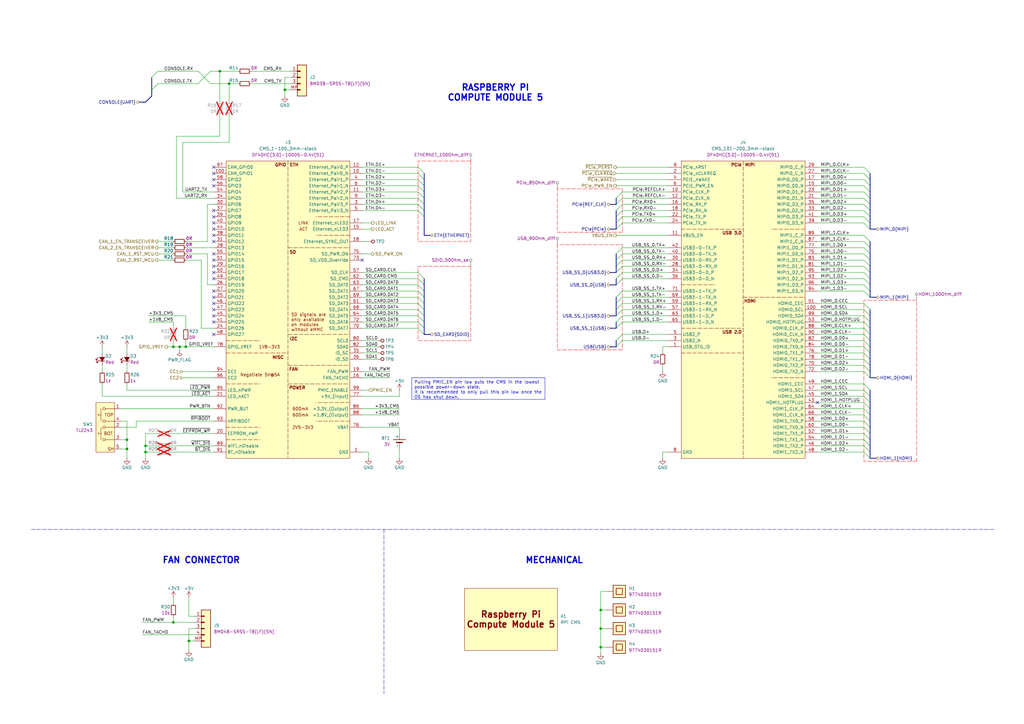
<source format=kicad_sch>
(kicad_sch (version 20250114) (generator "eeschema") (generator_version "9.0")
  (paper "A3")
  (title_block (title "ModuCard CM5 module") (date "2025-07-05") (rev "1.0.0") (company "KoNaR") (comment 1 "Project author: Dominik Pluta"))
  (bus_alias "I2C" (members "SCL" "SDA"))
  (bus_alias "MIPI" (members "CLK+" "CLK-" "D0+" "D0-" "D1+" "D1-" "D2+" "D2-" "D3+" "D3-"))
  (bus_alias "PCIe" (members "TX0+" "TX0-" "RX0+" "RX0-"))
  (bus_alias "REF_CLK" (members "REFCLK+" "REFCLK-"))
  (bus_alias "SDIO" (members "DAT0" "DAT1" "DAT2" "DAT3" "DAT4" "DAT5" "DAT6" "DAT7" "CLK" "CMD"))
  (text "FAN CONNECTOR" (at 82.55 229.87 0) (effects (font (size 2.54 2.54) (bold yes))))
  (text "MECHANICAL" (at 227.33 229.87 0) (effects (font (size 2.54 2.54) (thickness 0.508) (bold yes))))
  (text "RASPBERRY PI\nCOMPUTE MODULE 5" (at 203.2 38.1 0) (effects (font (size 2.54 2.54) (bold yes))))
  (text_box "Pulling PMIC_EN pin low puts the CM5 in the lowest possible power-down state.\nIt is recommended to only pull this pin low once the OS has shut down." (at 168.91 154.94 0) (size 54.61 8.89) (margins 0.9525 0.9525 0.9525 0.9525) (effects (font (size 1.27 1.27)) (justify left top)))
  (junction (at 73.66 142.24))
  (junction (at 76.2 142.24))
  (junction (at 77.47 262.89))
  (junction (at 116.84 36.83))
  (junction (at 59.69 182.88))
  (junction (at 93.98 34.29))
  (junction (at 90.17 29.21))
  (junction (at 71.12 255.27))
  (junction (at 246.38 250.19))
  (junction (at 246.38 265.43))
  (junction (at 52.07 184.15))
  (junction (at 52.07 180.34))
  (junction (at 246.38 257.81))
  (junction (at 59.69 185.42))
  (junction (at 71.12 142.24))
  (no_connect (at 87.63 124.46))
  (no_connect (at 87.63 104.14))
  (no_connect (at 87.63 119.38))
  (no_connect (at 87.63 137.16))
  (no_connect (at 335.28 165.1))
  (no_connect (at 87.63 121.92))
  (no_connect (at 87.63 111.76))
  (no_connect (at 87.63 96.52))
  (no_connect (at 87.63 109.22))
  (no_connect (at 87.63 99.06))
  (no_connect (at 87.63 132.08))
  (no_connect (at 87.63 88.9))
  (no_connect (at 87.63 106.68))
  (no_connect (at 87.63 73.66))
  (no_connect (at 87.63 93.98))
  (no_connect (at 87.63 86.36))
  (no_connect (at 87.63 91.44))
  (no_connect (at 87.63 68.58))
  (no_connect (at 87.63 71.12))
  (no_connect (at 87.63 76.2))
  (no_connect (at 87.63 127))
  (no_connect (at 148.59 106.68))
  (no_connect (at 87.63 129.54))
  (no_connect (at 87.63 114.3))
  (bus_entry (at 173.99 127) (size -2.54 -2.54))
  (bus_entry (at 173.99 124.46) (size -2.54 -2.54))
  (bus_entry (at 252.73 132.08) (size 2.54 -2.54))
  (bus_entry (at 173.99 73.66) (size -2.54 -2.54))
  (bus_entry (at 356.87 165.1) (size -2.54 -2.54))
  (bus_entry (at 356.87 83.82) (size -2.54 -2.54))
  (bus_entry (at 356.87 154.94) (size -2.54 -2.54))
  (bus_entry (at 252.73 127) (size 2.54 -2.54))
  (bus_entry (at 252.73 114.3) (size 2.54 -2.54))
  (bus_entry (at 356.87 139.7) (size -2.54 -2.54))
  (bus_entry (at 356.87 170.18) (size -2.54 -2.54))
  (bus_entry (at 356.87 134.62) (size -2.54 -2.54))
  (bus_entry (at 173.99 134.62) (size -2.54 -2.54))
  (bus_entry (at 356.87 172.72) (size -2.54 -2.54))
  (bus_entry (at 252.73 91.44) (size 2.54 -2.54))
  (bus_entry (at 356.87 93.98) (size -2.54 -2.54))
  (bus_entry (at 356.87 175.26) (size -2.54 -2.54))
  (bus_entry (at 173.99 137.16) (size -2.54 -2.54))
  (bus_entry (at 252.73 134.62) (size 2.54 -2.54))
  (bus_entry (at 356.87 86.36) (size -2.54 -2.54))
  (bus_entry (at 173.99 83.82) (size -2.54 -2.54))
  (bus_entry (at 252.73 139.7) (size 2.54 -2.54))
  (bus_entry (at 252.73 109.22) (size 2.54 -2.54))
  (bus_entry (at 252.73 104.14) (size 2.54 -2.54))
  (bus_entry (at 356.87 144.78) (size -2.54 -2.54))
  (bus_entry (at 173.99 116.84) (size -2.54 -2.54))
  (bus_entry (at 252.73 129.54) (size 2.54 -2.54))
  (bus_entry (at 173.99 76.2) (size -2.54 -2.54))
  (bus_entry (at 356.87 73.66) (size -2.54 -2.54))
  (bus_entry (at 356.87 162.56) (size -2.54 -2.54))
  (bus_entry (at 356.87 91.44) (size -2.54 -2.54))
  (bus_entry (at 173.99 114.3) (size -2.54 -2.54))
  (bus_entry (at 356.87 88.9) (size -2.54 -2.54))
  (bus_entry (at 356.87 132.08) (size -2.54 -2.54))
  (bus_entry (at 356.87 111.76) (size -2.54 -2.54))
  (bus_entry (at 356.87 137.16) (size -2.54 -2.54))
  (bus_entry (at 356.87 104.14) (size -2.54 -2.54))
  (bus_entry (at 252.73 124.46) (size 2.54 -2.54))
  (bus_entry (at 356.87 119.38) (size -2.54 -2.54))
  (bus_entry (at 356.87 167.64) (size -2.54 -2.54))
  (bus_entry (at 173.99 121.92) (size -2.54 -2.54))
  (bus_entry (at 173.99 86.36) (size -2.54 -2.54))
  (bus_entry (at 356.87 71.12) (size -2.54 -2.54))
  (bus_entry (at 356.87 185.42) (size -2.54 -2.54))
  (bus_entry (at 356.87 78.74) (size -2.54 -2.54))
  (bus_entry (at 173.99 129.54) (size -2.54 -2.54))
  (bus_entry (at 356.87 180.34) (size -2.54 -2.54))
  (bus_entry (at 173.99 132.08) (size -2.54 -2.54))
  (bus_entry (at 356.87 99.06) (size -2.54 -2.54))
  (bus_entry (at 64.77 34.29) (size -2.54 2.54))
  (bus_entry (at 356.87 127) (size -2.54 -2.54))
  (bus_entry (at 173.99 88.9) (size -2.54 -2.54))
  (bus_entry (at 64.77 29.21) (size -2.54 2.54))
  (bus_entry (at 252.73 121.92) (size 2.54 -2.54))
  (bus_entry (at 252.73 111.76) (size 2.54 -2.54))
  (bus_entry (at 356.87 109.22) (size -2.54 -2.54))
  (bus_entry (at 356.87 101.6) (size -2.54 -2.54))
  (bus_entry (at 252.73 86.36) (size 2.54 -2.54))
  (bus_entry (at 356.87 147.32) (size -2.54 -2.54))
  (bus_entry (at 356.87 114.3) (size -2.54 -2.54))
  (bus_entry (at 252.73 106.68) (size 2.54 -2.54))
  (bus_entry (at 356.87 121.92) (size -2.54 -2.54))
  (bus_entry (at 173.99 78.74) (size -2.54 -2.54))
  (bus_entry (at 356.87 177.8) (size -2.54 -2.54))
  (bus_entry (at 252.73 142.24) (size 2.54 -2.54))
  (bus_entry (at 252.73 88.9) (size 2.54 -2.54))
  (bus_entry (at 252.73 93.98) (size 2.54 -2.54))
  (bus_entry (at 356.87 160.02) (size -2.54 -2.54))
  (bus_entry (at 173.99 119.38) (size -2.54 -2.54))
  (bus_entry (at 356.87 142.24) (size -2.54 -2.54))
  (bus_entry (at 356.87 187.96) (size -2.54 -2.54))
  (bus_entry (at 356.87 116.84) (size -2.54 -2.54))
  (bus_entry (at 252.73 83.82) (size 2.54 -2.54))
  (bus_entry (at 356.87 129.54) (size -2.54 -2.54))
  (bus_entry (at 356.87 76.2) (size -2.54 -2.54))
  (bus_entry (at 356.87 152.4) (size -2.54 -2.54))
  (bus_entry (at 173.99 71.12) (size -2.54 -2.54))
  (bus_entry (at 252.73 116.84) (size 2.54 -2.54))
  (bus_entry (at 173.99 81.28) (size -2.54 -2.54))
  (bus_entry (at 356.87 81.28) (size -2.54 -2.54))
  (bus_entry (at 356.87 106.68) (size -2.54 -2.54))
  (bus_entry (at 356.87 182.88) (size -2.54 -2.54))
  (bus_entry (at 356.87 149.86) (size -2.54 -2.54))
  (bus_entry (at 252.73 81.28) (size 2.54 -2.54))
  (wire (pts (xy 73.66 142.24) (xy 76.2 142.24)))
  (bus (pts (xy 356.87 137.16) (xy 356.87 134.62)))
  (wire (pts (xy 55.88 172.72) (xy 87.63 172.72)))
  (bus (pts (xy 356.87 165.1) (xy 356.87 162.56)))
  (bus (pts (xy 356.87 160.02) (xy 356.87 162.56)))
  (wire (pts (xy 90.17 29.21) (xy 97.79 29.21)))
  (wire (pts (xy 148.59 134.62) (xy 171.45 134.62)))
  (bus (pts (xy 173.99 73.66) (xy 173.99 76.2)))
  (bus (pts (xy 62.23 31.75) (xy 62.23 36.83)))
  (wire (pts (xy 335.28 182.88) (xy 354.33 182.88)))
  (wire (pts (xy 148.59 71.12) (xy 171.45 71.12)))
  (bus (pts (xy 252.73 91.44) (xy 252.73 93.98)))
  (bus (pts (xy 356.87 93.98) (xy 359.41 93.98)))
  (wire (pts (xy 71.12 139.7) (xy 71.12 142.24)))
  (wire (pts (xy 64.77 34.29) (xy 81.28 34.29)))
  (bus (pts (xy 173.99 114.3) (xy 173.99 116.84)))
  (bus (pts (xy 173.99 134.62) (xy 173.99 137.16)))
  (wire (pts (xy 148.59 129.54) (xy 171.45 129.54)))
  (bus (pts (xy 252.73 109.22) (xy 252.73 111.76)))
  (bus (pts (xy 356.87 129.54) (xy 356.87 127)))
  (wire (pts (xy 148.59 81.28) (xy 171.45 81.28)))
  (wire (pts (xy 64.77 177.8) (xy 59.69 177.8)))
  (wire (pts (xy 335.28 71.12) (xy 354.33 71.12)))
  (wire (pts (xy 52.07 184.15) (xy 52.07 187.96)))
  (bus (pts (xy 356.87 149.86) (xy 356.87 152.4)))
  (bus (pts (xy 356.87 172.72) (xy 356.87 170.18)))
  (bus (pts (xy 250.19 83.82) (xy 252.73 83.82)))
  (wire (pts (xy 73.66 142.24) (xy 73.66 143.51)))
  (wire (pts (xy 86.36 29.21) (xy 90.17 29.21)))
  (wire (pts (xy 52.07 180.34) (xy 52.07 184.15)))
  (bus (pts (xy 356.87 132.08) (xy 356.87 129.54)))
  (wire (pts (xy 116.84 36.83) (xy 116.84 39.37)))
  (bus (pts (xy 173.99 124.46) (xy 173.99 127)))
  (wire (pts (xy 74.93 152.4) (xy 87.63 152.4)))
  (wire (pts (xy 255.27 121.92) (xy 274.32 121.92)))
  (wire (pts (xy 85.09 116.84) (xy 87.63 116.84)))
  (wire (pts (xy 90.17 55.88) (xy 90.17 46.99)))
  (bus (pts (xy 173.99 86.36) (xy 173.99 88.9)))
  (wire (pts (xy 271.78 185.42) (xy 271.78 187.96)))
  (bus (pts (xy 356.87 172.72) (xy 356.87 175.26)))
  (wire (pts (xy 151.13 160.02) (xy 148.59 160.02)))
  (wire (pts (xy 335.28 149.86) (xy 354.33 149.86)))
  (wire (pts (xy 335.28 167.64) (xy 354.33 167.64)))
  (wire (pts (xy 148.59 132.08) (xy 171.45 132.08)))
  (wire (pts (xy 255.27 124.46) (xy 274.32 124.46)))
  (wire (pts (xy 148.59 116.84) (xy 171.45 116.84)))
  (bus (pts (xy 356.87 144.78) (xy 356.87 147.32)))
  (bus (pts (xy 173.99 83.82) (xy 173.99 86.36)))
  (wire (pts (xy 82.55 106.68) (xy 82.55 134.62)))
  (wire (pts (xy 71.12 252.73) (xy 71.12 255.27)))
  (bus (pts (xy 252.73 132.08) (xy 252.73 134.62)))
  (wire (pts (xy 335.28 83.82) (xy 354.33 83.82)))
  (wire (pts (xy 71.12 132.08) (xy 71.12 134.62)))
  (wire (pts (xy 271.78 144.78) (xy 271.78 142.24)))
  (wire (pts (xy 74.93 58.42) (xy 93.98 58.42)))
  (wire (pts (xy 64.77 29.21) (xy 81.28 29.21)))
  (wire (pts (xy 69.85 182.88) (xy 87.63 182.88)))
  (wire (pts (xy 77.47 262.89) (xy 77.47 266.7)))
  (wire (pts (xy 82.55 134.62) (xy 87.63 134.62)))
  (wire (pts (xy 335.28 144.78) (xy 354.33 144.78)))
  (wire (pts (xy 148.59 111.76) (xy 171.45 111.76)))
  (wire (pts (xy 151.13 185.42) (xy 151.13 187.96)))
  (wire (pts (xy 255.27 119.38) (xy 274.32 119.38)))
  (wire (pts (xy 86.36 34.29) (xy 93.98 34.29)))
  (bus (pts (xy 252.73 116.84) (xy 252.73 114.3)))
  (bus (pts (xy 173.99 78.74) (xy 173.99 81.28)))
  (wire (pts (xy 335.28 119.38) (xy 354.33 119.38)))
  (wire (pts (xy 154.94 142.24) (xy 148.59 142.24)))
  (wire (pts (xy 255.27 86.36) (xy 274.32 86.36)))
  (wire (pts (xy 49.53 172.72) (xy 52.07 172.72)))
  (bus (pts (xy 356.87 99.06) (xy 356.87 101.6)))
  (wire (pts (xy 335.28 160.02) (xy 354.33 160.02)))
  (wire (pts (xy 60.96 132.08) (xy 71.12 132.08)))
  (wire (pts (xy 41.91 162.56) (xy 87.63 162.56)))
  (wire (pts (xy 335.28 124.46) (xy 354.33 124.46)))
  (wire (pts (xy 335.28 129.54) (xy 354.33 129.54)))
  (bus (pts (xy 356.87 182.88) (xy 356.87 185.42)))
  (polyline (pts (xy 157.48 217.17) (xy 157.48 284.48)) (stroke (width 0) (type dash)))
  (wire (pts (xy 335.28 86.36) (xy 354.33 86.36)))
  (bus (pts (xy 356.87 109.22) (xy 356.87 106.68)))
  (wire (pts (xy 93.98 41.91) (xy 93.98 34.29)))
  (wire (pts (xy 255.27 127) (xy 274.32 127)))
  (wire (pts (xy 59.69 182.88) (xy 64.77 182.88)))
  (wire (pts (xy 335.28 116.84) (xy 354.33 116.84)))
  (wire (pts (xy 255.27 137.16) (xy 274.32 137.16)))
  (bus (pts (xy 356.87 116.84) (xy 356.87 114.3)))
  (wire (pts (xy 72.39 55.88) (xy 72.39 81.28)))
  (bus (pts (xy 176.53 137.16) (xy 173.99 137.16)))
  (wire (pts (xy 148.59 121.92) (xy 171.45 121.92)))
  (bus (pts (xy 356.87 139.7) (xy 356.87 142.24)))
  (wire (pts (xy 52.07 142.24) (xy 52.07 144.78)))
  (wire (pts (xy 148.59 175.26) (xy 163.83 175.26)))
  (wire (pts (xy 255.27 109.22) (xy 274.32 109.22)))
  (wire (pts (xy 335.28 68.58) (xy 354.33 68.58)))
  (wire (pts (xy 154.94 139.7) (xy 148.59 139.7)))
  (wire (pts (xy 335.28 162.56) (xy 354.33 162.56)))
  (wire (pts (xy 252.73 68.58) (xy 274.32 68.58)))
  (wire (pts (xy 76.2 142.24) (xy 76.2 139.7)))
  (wire (pts (xy 160.02 152.4) (xy 148.59 152.4)))
  (wire (pts (xy 69.85 185.42) (xy 87.63 185.42)))
  (wire (pts (xy 271.78 185.42) (xy 274.32 185.42)))
  (bus (pts (xy 359.41 187.96) (xy 356.87 187.96)))
  (bus (pts (xy 250.19 111.76) (xy 252.73 111.76)))
  (bus (pts (xy 173.99 116.84) (xy 173.99 119.38)))
  (bus (pts (xy 356.87 180.34) (xy 356.87 182.88)))
  (wire (pts (xy 335.28 88.9) (xy 354.33 88.9)))
  (wire (pts (xy 163.83 160.02) (xy 163.83 162.56)))
  (bus (pts (xy 356.87 91.44) (xy 356.87 93.98)))
  (wire (pts (xy 252.73 73.66) (xy 274.32 73.66)))
  (wire (pts (xy 255.27 91.44) (xy 274.32 91.44)))
  (wire (pts (xy 81.28 29.21) (xy 86.36 34.29)))
  (bus (pts (xy 252.73 86.36) (xy 252.73 88.9)))
  (wire (pts (xy 255.27 88.9) (xy 274.32 88.9)))
  (wire (pts (xy 255.27 139.7) (xy 274.32 139.7)))
  (wire (pts (xy 335.28 91.44) (xy 354.33 91.44)))
  (wire (pts (xy 60.96 129.54) (xy 76.2 129.54)))
  (wire (pts (xy 148.59 93.98) (xy 152.4 93.98)))
  (wire (pts (xy 52.07 180.34) (xy 49.53 180.34)))
  (wire (pts (xy 116.84 31.75) (xy 116.84 36.83)))
  (wire (pts (xy 49.53 175.26) (xy 55.88 175.26)))
  (wire (pts (xy 71.12 245.11) (xy 71.12 247.65)))
  (bus (pts (xy 356.87 139.7) (xy 356.87 137.16)))
  (bus (pts (xy 173.99 127) (xy 173.99 129.54)))
  (bus (pts (xy 252.73 121.92) (xy 252.73 124.46)))
  (wire (pts (xy 246.38 242.57) (xy 246.38 250.19)))
  (bus (pts (xy 356.87 175.26) (xy 356.87 177.8)))
  (wire (pts (xy 148.59 147.32) (xy 154.94 147.32)))
  (bus (pts (xy 356.87 114.3) (xy 356.87 111.76)))
  (wire (pts (xy 76.2 99.06) (xy 85.09 99.06)))
  (bus (pts (xy 356.87 119.38) (xy 356.87 116.84)))
  (wire (pts (xy 85.09 104.14) (xy 85.09 116.84)))
  (wire (pts (xy 81.28 34.29) (xy 86.36 29.21)))
  (bus (pts (xy 250.19 116.84) (xy 252.73 116.84)))
  (wire (pts (xy 148.59 78.74) (xy 171.45 78.74)))
  (wire (pts (xy 148.59 76.2) (xy 171.45 76.2)))
  (bus (pts (xy 359.41 154.94) (xy 356.87 154.94)))
  (bus (pts (xy 356.87 86.36) (xy 356.87 83.82)))
  (wire (pts (xy 255.27 132.08) (xy 274.32 132.08)))
  (wire (pts (xy 335.28 147.32) (xy 354.33 147.32)))
  (wire (pts (xy 335.28 106.68) (xy 354.33 106.68)))
  (wire (pts (xy 255.27 101.6) (xy 274.32 101.6)))
  (bus (pts (xy 356.87 167.64) (xy 356.87 165.1)))
  (wire (pts (xy 335.28 78.74) (xy 354.33 78.74)))
  (wire (pts (xy 246.38 265.43) (xy 246.38 267.97)))
  (wire (pts (xy 102.87 34.29) (xy 119.38 34.29)))
  (wire (pts (xy 335.28 96.52) (xy 354.33 96.52)))
  (wire (pts (xy 335.28 139.7) (xy 354.33 139.7)))
  (bus (pts (xy 250.19 93.98) (xy 252.73 93.98)))
  (wire (pts (xy 59.69 185.42) (xy 64.77 185.42)))
  (wire (pts (xy 335.28 175.26) (xy 354.33 175.26)))
  (bus (pts (xy 356.87 91.44) (xy 356.87 88.9)))
  (wire (pts (xy 255.27 81.28) (xy 274.32 81.28)))
  (bus (pts (xy 356.87 185.42) (xy 356.87 187.96)))
  (wire (pts (xy 335.28 76.2) (xy 354.33 76.2)))
  (wire (pts (xy 148.59 144.78) (xy 154.94 144.78)))
  (wire (pts (xy 85.09 83.82) (xy 87.63 83.82)))
  (bus (pts (xy 173.99 121.92) (xy 173.99 124.46)))
  (bus (pts (xy 356.87 88.9) (xy 356.87 86.36)))
  (wire (pts (xy 72.39 81.28) (xy 87.63 81.28)))
  (bus (pts (xy 356.87 101.6) (xy 356.87 104.14)))
  (wire (pts (xy 59.69 185.42) (xy 59.69 187.96)))
  (wire (pts (xy 148.59 99.06) (xy 151.13 99.06)))
  (bus (pts (xy 252.73 106.68) (xy 252.73 109.22)))
  (wire (pts (xy 77.47 252.73) (xy 80.01 252.73)))
  (bus (pts (xy 59.69 41.91) (xy 57.15 41.91)))
  (wire (pts (xy 163.83 167.64) (xy 148.59 167.64)))
  (wire (pts (xy 335.28 142.24) (xy 354.33 142.24)))
  (wire (pts (xy 255.27 111.76) (xy 274.32 111.76)))
  (wire (pts (xy 335.28 152.4) (xy 354.33 152.4)))
  (wire (pts (xy 335.28 134.62) (xy 354.33 134.62)))
  (wire (pts (xy 148.59 124.46) (xy 171.45 124.46)))
  (bus (pts (xy 356.87 177.8) (xy 356.87 180.34)))
  (bus (pts (xy 173.99 71.12) (xy 173.99 73.66)))
  (bus (pts (xy 173.99 132.08) (xy 173.99 134.62)))
  (wire (pts (xy 148.59 83.82) (xy 171.45 83.82)))
  (wire (pts (xy 90.17 29.21) (xy 90.17 41.91)))
  (wire (pts (xy 335.28 170.18) (xy 354.33 170.18)))
  (wire (pts (xy 163.83 170.18) (xy 148.59 170.18)))
  (wire (pts (xy 255.27 129.54) (xy 274.32 129.54)))
  (wire (pts (xy 335.28 180.34) (xy 354.33 180.34)))
  (bus (pts (xy 356.87 78.74) (xy 356.87 76.2)))
  (wire (pts (xy 69.85 177.8) (xy 87.63 177.8)))
  (wire (pts (xy 271.78 142.24) (xy 274.32 142.24)))
  (wire (pts (xy 64.77 99.06) (xy 71.12 99.06)))
  (wire (pts (xy 116.84 36.83) (xy 119.38 36.83)))
  (bus (pts (xy 356.87 111.76) (xy 356.87 109.22)))
  (wire (pts (xy 93.98 46.99) (xy 93.98 58.42)))
  (wire (pts (xy 335.28 157.48) (xy 354.33 157.48)))
  (wire (pts (xy 255.27 78.74) (xy 274.32 78.74)))
  (bus (pts (xy 252.73 139.7) (xy 252.73 142.24)))
  (wire (pts (xy 335.28 99.06) (xy 354.33 99.06)))
  (bus (pts (xy 356.87 152.4) (xy 356.87 154.94)))
  (wire (pts (xy 163.83 184.15) (xy 163.83 187.96)))
  (wire (pts (xy 335.28 132.08) (xy 354.33 132.08)))
  (wire (pts (xy 335.28 81.28) (xy 354.33 81.28)))
  (bus (pts (xy 173.99 81.28) (xy 173.99 83.82)))
  (wire (pts (xy 335.28 177.8) (xy 354.33 177.8)))
  (wire (pts (xy 335.28 185.42) (xy 354.33 185.42)))
  (wire (pts (xy 148.59 119.38) (xy 171.45 119.38)))
  (polyline (pts (xy 407.67 217.17) (xy 12.7 217.17)) (stroke (width 0) (type dash)))
  (wire (pts (xy 246.38 242.57) (xy 248.92 242.57)))
  (wire (pts (xy 71.12 142.24) (xy 73.66 142.24)))
  (wire (pts (xy 151.13 185.42) (xy 148.59 185.42)))
  (bus (pts (xy 356.87 170.18) (xy 356.87 167.64)))
  (wire (pts (xy 52.07 160.02) (xy 87.63 160.02)))
  (wire (pts (xy 71.12 255.27) (xy 80.01 255.27)))
  (wire (pts (xy 58.42 255.27) (xy 71.12 255.27)))
  (wire (pts (xy 76.2 101.6) (xy 87.63 101.6)))
  (wire (pts (xy 335.28 111.76) (xy 354.33 111.76)))
  (wire (pts (xy 160.02 154.94) (xy 148.59 154.94)))
  (bus (pts (xy 356.87 134.62) (xy 356.87 132.08)))
  (wire (pts (xy 102.87 29.21) (xy 119.38 29.21)))
  (bus (pts (xy 173.99 119.38) (xy 173.99 121.92)))
  (wire (pts (xy 152.4 104.14) (xy 148.59 104.14)))
  (wire (pts (xy 246.38 257.81) (xy 248.92 257.81)))
  (wire (pts (xy 335.28 165.1) (xy 354.33 165.1)))
  (wire (pts (xy 255.27 114.3) (xy 274.32 114.3)))
  (wire (pts (xy 49.53 184.15) (xy 52.07 184.15)))
  (wire (pts (xy 335.28 127) (xy 354.33 127)))
  (wire (pts (xy 77.47 257.81) (xy 77.47 262.89)))
  (wire (pts (xy 76.2 104.14) (xy 85.09 104.14)))
  (wire (pts (xy 252.73 96.52) (xy 274.32 96.52)))
  (wire (pts (xy 335.28 172.72) (xy 354.33 172.72)))
  (bus (pts (xy 62.23 36.83) (xy 62.23 39.37)))
  (wire (pts (xy 59.69 182.88) (xy 59.69 185.42)))
  (wire (pts (xy 58.42 260.35) (xy 80.01 260.35)))
  (bus (pts (xy 250.19 129.54) (xy 252.73 129.54)))
  (wire (pts (xy 72.39 55.88) (xy 90.17 55.88)))
  (bus (pts (xy 252.73 129.54) (xy 252.73 127)))
  (wire (pts (xy 335.28 109.22) (xy 354.33 109.22)))
  (wire (pts (xy 77.47 262.89) (xy 80.01 262.89)))
  (bus (pts (xy 173.99 129.54) (xy 173.99 132.08)))
  (wire (pts (xy 148.59 73.66) (xy 171.45 73.66)))
  (bus (pts (xy 356.87 71.12) (xy 356.87 73.66)))
  (wire (pts (xy 163.83 175.26) (xy 163.83 177.8)))
  (wire (pts (xy 41.91 157.48) (xy 41.91 162.56)))
  (wire (pts (xy 163.83 162.56) (xy 148.59 162.56)))
  (wire (pts (xy 252.73 71.12) (xy 274.32 71.12)))
  (wire (pts (xy 68.58 142.24) (xy 71.12 142.24)))
  (wire (pts (xy 335.28 73.66) (xy 354.33 73.66)))
  (wire (pts (xy 252.73 76.2) (xy 274.32 76.2)))
  (wire (pts (xy 64.77 104.14) (xy 71.12 104.14)))
  (bus (pts (xy 59.69 41.91) (xy 62.23 39.37)))
  (wire (pts (xy 49.53 167.64) (xy 87.63 167.64)))
  (wire (pts (xy 41.91 149.86) (xy 41.91 152.4)))
  (wire (pts (xy 80.01 257.81) (xy 77.47 257.81)))
  (wire (pts (xy 246.38 250.19) (xy 246.38 257.81)))
  (wire (pts (xy 148.59 127) (xy 171.45 127)))
  (bus (pts (xy 252.73 81.28) (xy 252.73 83.82)))
  (wire (pts (xy 246.38 250.19) (xy 248.92 250.19)))
  (bus (pts (xy 173.99 76.2) (xy 173.99 78.74)))
  (wire (pts (xy 76.2 129.54) (xy 76.2 134.62)))
  (bus (pts (xy 252.73 88.9) (xy 252.73 91.44)))
  (wire (pts (xy 52.07 149.86) (xy 52.07 152.4)))
  (wire (pts (xy 335.28 114.3) (xy 354.33 114.3)))
  (bus (pts (xy 173.99 88.9) (xy 173.99 96.52)))
  (wire (pts (xy 74.93 78.74) (xy 87.63 78.74)))
  (bus (pts (xy 356.87 119.38) (xy 356.87 121.92)))
  (wire (pts (xy 255.27 104.14) (xy 274.32 104.14)))
  (wire (pts (xy 246.38 257.81) (xy 246.38 265.43)))
  (wire (pts (xy 335.28 101.6) (xy 354.33 101.6)))
  (bus (pts (xy 356.87 106.68) (xy 356.87 104.14)))
  (wire (pts (xy 148.59 91.44) (xy 152.4 91.44)))
  (wire (pts (xy 93.98 34.29) (xy 97.79 34.29)))
  (wire (pts (xy 55.88 175.26) (xy 55.88 172.72)))
  (wire (pts (xy 335.28 104.14) (xy 354.33 104.14)))
  (wire (pts (xy 52.07 172.72) (xy 52.07 180.34)))
  (wire (pts (xy 74.93 154.94) (xy 87.63 154.94)))
  (bus (pts (xy 252.73 104.14) (xy 252.73 106.68)))
  (wire (pts (xy 52.07 157.48) (xy 52.07 160.02)))
  (bus (pts (xy 252.73 124.46) (xy 252.73 127)))
  (bus (pts (xy 356.87 142.24) (xy 356.87 144.78)))
  (wire (pts (xy 335.28 137.16) (xy 354.33 137.16)))
  (bus (pts (xy 252.73 142.24) (xy 250.19 142.24)))
  (wire (pts (xy 271.78 152.4) (xy 271.78 149.86)))
  (wire (pts (xy 148.59 86.36) (xy 171.45 86.36)))
  (bus (pts (xy 356.87 83.82) (xy 356.87 81.28)))
  (wire (pts (xy 116.84 31.75) (xy 119.38 31.75)))
  (wire (pts (xy 41.91 142.24) (xy 41.91 144.78)))
  (wire (pts (xy 77.47 245.11) (xy 77.47 252.73)))
  (wire (pts (xy 255.27 83.82) (xy 274.32 83.82)))
  (wire (pts (xy 246.38 265.43) (xy 248.92 265.43)))
  (bus (pts (xy 356.87 73.66) (xy 356.87 76.2)))
  (wire (pts (xy 74.93 58.42) (xy 74.93 78.74)))
  (wire (pts (xy 59.69 177.8) (xy 59.69 182.88)))
  (wire (pts (xy 76.2 106.68) (xy 82.55 106.68)))
  (wire (pts (xy 64.77 106.68) (xy 71.12 106.68)))
  (bus (pts (xy 356.87 121.92) (xy 359.41 121.92)))
  (wire (pts (xy 85.09 99.06) (xy 85.09 83.82)))
  (wire (pts (xy 255.27 106.68) (xy 274.32 106.68)))
  (wire (pts (xy 148.59 68.58) (xy 171.45 68.58)))
  (wire (pts (xy 76.2 142.24) (xy 87.63 142.24)))
  (bus (pts (xy 356.87 147.32) (xy 356.87 149.86)))
  (bus (pts (xy 250.19 134.62) (xy 252.73 134.62)))
  (wire (pts (xy 148.59 114.3) (xy 171.45 114.3)))
  (bus (pts (xy 356.87 81.28) (xy 356.87 78.74)))
  (bus (pts (xy 176.53 96.52) (xy 173.99 96.52)))
  (wire (pts (xy 64.77 101.6) (xy 71.12 101.6)))
  (label "ETH.D3-" (at 149.86 81.28 0))
  (label "SCL1" (at 154.94 144.78 180))
  (label "HDMI_0.D0-" (at 336.55 142.24 0))
  (label "USB_SS_0.D-" (at 259.08 114.3 0))
  (label "SD_CARD.DAT4" (at 149.86 127 0))
  (label "MIPI_0.D2+" (at 336.55 83.82 0))
  (label "MIPI_1.CLK+" (at 336.55 96.52 0))
  (label "HDMI_1.SDA" (at 336.55 162.56 0))
  (label "ETH.D4-" (at 149.86 86.36 0))
  (label "ETH.D2+" (at 149.86 73.66 0))
  (label "HDMI_1.D1-" (at 336.55 180.34 0))
  (label "SCL0" (at 154.94 139.7 180))
  (label "MIPI_1.D2-" (at 336.55 114.3 0))
  (label "HDMI_1.D2+" (at 336.55 182.88 0))
  (label "HDMI_1.SCL" (at 336.55 160.02 0))
  (label "MIPI_0.D0+" (at 336.55 73.66 0))
  (label "~{EEPROM_WP}" (at 86.36 177.8 180))
  (label "SD_CARD.DAT0" (at 149.86 116.84 0))
  (label "UART2_TX" (at 85.09 78.74 180))
  (label "USB_SS_0.TX-" (at 259.08 104.14 0))
  (label "SD_CARD.DAT5" (at 149.86 129.54 0))
  (label "PWR_BTN" (at 86.36 167.64 180))
  (label "MIPI_0.D3+" (at 336.55 88.9 0))
  (label "+3V3_CM5" (at 60.96 129.54 0))
  (label "ETH.D4+" (at 149.86 83.82 0))
  (label "HDMI_0.SCL" (at 336.55 127 0))
  (label "HDMI_0.CLK-" (at 336.55 137.16 0))
  (label "HDMI_1.CLK+" (at 336.55 167.64 0))
  (label "SD_CARD.DAT1" (at 149.86 119.38 0))
  (label "CONSOLE.RX" (at 67.31 29.21 0))
  (label "MIPI_1.D0-" (at 336.55 104.14 0))
  (label "HDMI_0.D1-" (at 336.55 147.32 0))
  (label "HDMI_1.CEC" (at 336.55 157.48 0))
  (label "HDMI_0.D0+" (at 336.55 139.7 0))
  (label "HDMI_1.D0+" (at 336.55 172.72 0))
  (label "MIPI_1.CLK-" (at 336.55 99.06 0))
  (label "PCIe.REFCLK+" (at 273.05 78.74 180))
  (label "MIPI_1.D3-" (at 336.55 119.38 0))
  (label "CM5_RX" (at 115.57 29.21 180))
  (label "MIPI_1.D1-" (at 336.55 109.22 0))
  (label "MIPI_0.D1-" (at 336.55 81.28 0))
  (label "HDMI_1.CLK-" (at 336.55 170.18 0))
  (label "MIPI_0.D2-" (at 336.55 86.36 0))
  (label "~{BT_DIS}" (at 86.36 185.42 180))
  (label "HDMI_0.D1+" (at 336.55 144.78 0))
  (label "UART2_RX" (at 85.09 81.28 180))
  (label "ETH.D2-" (at 149.86 76.2 0))
  (label "HDMI_1.D1+" (at 336.55 177.8 0))
  (label "MIPI_1.D0+" (at 336.55 101.6 0))
  (label "SDA1" (at 154.94 147.32 180))
  (label "SD_CARD.CMD" (at 149.86 114.3 0))
  (label "PCIe.TX0+" (at 259.08 88.9 0))
  (label "ETH.D1-" (at 149.86 71.12 0))
  (label "MIPI_1.D3+" (at 336.55 116.84 0))
  (label "+1V8_CM5" (at 60.96 132.08 0))
  (label "PCIe.TX0-" (at 259.08 91.44 0))
  (label "HDMI_0.HOTPLUG" (at 336.55 132.08 0))
  (label "SDA0" (at 154.94 142.24 180))
  (label "MIPI_0.D3-" (at 336.55 91.44 0))
  (label "ETH.D3+" (at 149.86 78.74 0))
  (label "FAN_TACHO" (at 160.02 154.94 180))
  (label "MIPI_0.CLK+" (at 336.55 68.58 0))
  (label "SD_CARD.DAT7" (at 149.86 134.62 0))
  (label "SD_CARD.DAT3" (at 149.86 124.46 0))
  (label "USB.D-" (at 259.08 139.7 0))
  (label "USB_SS_0.RX-" (at 259.08 109.22 0))
  (label "HDMI_1.D2-" (at 336.55 185.42 0))
  (label "MIPI_0.D0-" (at 336.55 76.2 0))
  (label "USB_SS_0.TX+" (at 259.08 101.6 0))
  (label "+1V8_CM5" (at 163.83 170.18 180))
  (label "PCIe.RX0+" (at 259.08 83.82 0))
  (label "SD_CARD.CLK" (at 149.86 111.76 0))
  (label "+3V3_CM5" (at 163.83 167.64 180))
  (label "~{WiFi_DIS}" (at 86.36 182.88 180))
  (label "ETH.D1+" (at 149.86 68.58 0))
  (label "MIPI_1.D2+" (at 336.55 111.76 0))
  (label "HDMI_0.SDA" (at 336.55 129.54 0))
  (label "SD_CARD.DAT2" (at 149.86 121.92 0))
  (label "CONSOLE.TX" (at 67.31 34.29 0))
  (label "SD_CARD.DAT6" (at 149.86 132.08 0))
  (label "USB_SS_1.TX+" (at 259.08 119.38 0))
  (label "PCIe.REFCLK-" (at 273.05 81.28 180))
  (label "~{RPIBOOT}" (at 86.36 172.72 180))
  (label "FAN_PWM" (at 58.42 255.27 0))
  (label "USB_SS_0.D+" (at 259.08 111.76 0))
  (label "HDMI_1.HOTPLUG" (at 336.55 165.1 0))
  (label "USB_SS_1.TX-" (at 259.08 121.92 0))
  (label "USB_SS_0.RX+" (at 259.08 106.68 0))
  (label "MIPI_0.CLK-" (at 336.55 71.12 0))
  (label "HDMI_0.CEC" (at 336.55 124.46 0))
  (label "GPIO_VREF" (at 87.63 142.24 180))
  (label "USB_SS_1.D+" (at 259.08 129.54 0))
  (label "HDMI_0.D2+" (at 336.55 149.86 0))
  (label "~{LED_PWR}" (at 86.36 160.02 180))
  (label "MIPI_0.D1+" (at 336.55 78.74 0))
  (label "USB_SS_1.RX-" (at 259.08 127 0))
  (label "CM5_TX" (at 115.57 34.29 180))
  (label "HDMI_0.CLK+" (at 336.55 134.62 0))
  (label "PCIe.RX0-" (at 259.08 86.36 0))
  (label "USB.D+" (at 259.08 137.16 0))
  (label "FAN_PWM" (at 160.02 152.4 180))
  (label "USB_SS_1.RX+" (at 259.08 124.46 0))
  (label "MIPI_1.D1+" (at 336.55 106.68 0))
  (label "VBAT" (at 163.83 175.26 180))
  (label "~{LED_ACT}" (at 86.36 162.56 180))
  (label "HDMI_0.D2-" (at 336.55 152.4 0))
  (label "HDMI_1.D0-" (at 336.55 175.26 0))
  (label "USB_SS_1.D-" (at 259.08 132.08 0))
  (label "FAN_TACHO" (at 58.42 260.35 0))
  (hierarchical_label "PCIe_PWR_EN" (shape output) (at 252.73 76.2 180))
  (hierarchical_label "PCIe{PCIe}" (shape bidirectional) (at 250.19 93.98 180))
  (hierarchical_label "CAN_1_EN_TRANSCEIVER" (shape output) (at 64.77 99.06 180))
  (hierarchical_label "USB_SS_0{USB3.0}" (shape bidirectional) (at 250.19 111.76 180))
  (hierarchical_label "GPIO_VREF" (shape output) (at 68.58 142.24 180))
  (hierarchical_label "USB_SS_0{USB}" (shape bidirectional) (at 250.19 116.84 180))
  (hierarchical_label "PMIC_EN" (shape input) (at 151.13 160.02 0))
  (hierarchical_label "~{PCIe_PERST}" (shape output) (at 252.73 68.58 180))
  (hierarchical_label "CC2" (shape bidirectional) (at 74.93 154.94 180))
  (hierarchical_label "~{PCIe_CLKREQ}" (shape input) (at 252.73 71.12 180))
  (hierarchical_label "CONSOLE{UART}" (shape bidirectional) (at 57.15 41.91 180))
  (hierarchical_label "HDMI_1{HDMI}" (shape bidirectional) (at 359.41 187.96 0))
  (hierarchical_label "LED_ACT" (shape output) (at 152.4 93.98 0))
  (hierarchical_label "HDMI_0{HDMI}" (shape bidirectional) (at 359.41 154.94 0))
  (hierarchical_label "SD_CARD{SDIO}" (shape bidirectional) (at 176.53 137.16 0))
  (hierarchical_label "LED_LINK" (shape output) (at 152.4 91.44 0))
  (hierarchical_label "MIPI_0{MIPI}" (shape bidirectional) (at 359.41 93.98 0))
  (hierarchical_label "CAN_1_RST_MCU" (shape output) (at 64.77 104.14 180))
  (hierarchical_label "PCIe{REF_CLK}" (shape bidirectional) (at 250.19 83.82 180))
  (hierarchical_label "VBUS_EN" (shape output) (at 252.73 96.52 180))
  (hierarchical_label "CC1" (shape bidirectional) (at 74.93 152.4 180))
  (hierarchical_label "SD_PWR_ON" (shape output) (at 152.4 104.14 0))
  (hierarchical_label "MIPI_1{MIPI}" (shape bidirectional) (at 359.41 121.92 0))
  (hierarchical_label "USB_SS_1{USB}" (shape bidirectional) (at 250.19 134.62 180))
  (hierarchical_label "~{PCIe_WAKE}" (shape input) (at 252.73 73.66 180))
  (hierarchical_label "USB{USB}" (shape bidirectional) (at 250.19 142.24 180))
  (hierarchical_label "ETH{ETHERNET}" (shape bidirectional) (at 176.53 96.52 0))
  (hierarchical_label "CAN_2_RST_MCU" (shape output) (at 64.77 106.68 180))
  (hierarchical_label "USB_SS_1{USB3.0}" (shape bidirectional) (at 250.19 129.54 180))
  (hierarchical_label "CAN_2_EN_TRANSCEIVER" (shape output) (at 64.77 101.6 180))
  (rule_area (polyline (pts (xy 193.04 66.04) (xy 193.04 99.06) (xy 171.45 99.06) (xy 171.45 66.04)) (stroke (width 0) (type dash))))
  (rule_area (polyline (pts (xy 375.92 189.23) (xy 354.33 189.23) (xy 354.33 123.19) (xy 375.92 123.19)) (stroke (width 0) (type dash))))
  (rule_area (polyline (pts (xy 255.27 143.51) (xy 228.6 143.51) (xy 228.6 100.33) (xy 255.27 100.33)) (stroke (width 0) (type dash))))
  (rule_area (polyline (pts (xy 255.27 95.25) (xy 228.6 95.25) (xy 228.6 77.47) (xy 255.27 77.47)) (stroke (width 0) (type dash))))
  (rule_area (polyline (pts (xy 193.04 109.22) (xy 193.04 139.7) (xy 171.45 139.7) (xy 171.45 109.22)) (stroke (width 0) (type dash))))
  (netclass_flag "" (length 2.54) (shape round) (at 228.6 100.33 0) (property "Netclass" "USB_90Ohm_diff" (at 227.838 97.79 0) (effects (justify right))))
  (netclass_flag "" (length 2.54) (shape round) (at 193.04 109.22 0) (property "Netclass" "SDIO_50Ohm_se" (at 192.278 106.68 0) (effects (justify right))))
  (netclass_flag "" (length 2.54) (shape round) (at 193.04 66.04 0) (property "Netclass" "ETHERNET_100Ohm_diff" (at 192.278 63.5 0) (effects (justify right))))
  (netclass_flag "" (length 2.54) (shape round) (at 228.6 77.47 0) (property "Netclass" "PCIe_85Ohm_diff" (at 227.838 74.93 0) (effects (justify right))))
  (netclass_flag "" (length 2.54) (shape round) (at 375.92 123.19 0) (property "Netclass" "HDMI_100Ohm_diff" (at 376.682 120.65 0) (effects (justify left))))
  (symbol (lib_id "DW-resistors:R-0R-0402") (at 71.12 134.62 270) (unit 1) (dnp yes)
    (property "Reference" "R22" (at 69.85 135.89 90) (effects (justify right)))
    (property "Value" "R-0R-0402" (effects (hide yes)))
    (property "Footprint" "DW-footprints:R_0402_1005Metric" (effects (hide yes)))
    (property "Datasheet" "https://lcsc.com/datasheet/lcsc_datasheet_2411221126_UNI-ROYAL-0402WGF0000TCE_C17168.pdf" (effects (hide yes)))
    (property "Description" "62.5mW Thick Film Resistor 50V ±800ppm/℃ ±1% 0Ω 0402 Chip Resistor - Surface Mount ROHS" (effects (hide yes)))
    (property "Manufacturer" "UNI-ROYAL(Uniroyal Elec)" (effects (hide yes)))
    (property "MPN" "0402WGF0000TCE" (effects (hide yes)))
    (property "LCSC" "C17168" (effects (hide yes)))
    (property "Val" "0R" (at 69.85 138.43 90) (effects (justify right)))
    (property "Tolerance" "1%" (effects (hide yes)))
  )
  (symbol (lib_id "DW-connectors:JST_SH_1x3_BM03B-SRSS-TB-LF-SN") (at 119.38 29.21 0) (unit 1)
    (property "Reference" "J2" (at 127 31.75 0) (effects (justify left)))
    (property "Value" "JST_SH_1x3_BM03B-SRSS-TB-LF-SN" (effects (hide yes)))
    (property "Footprint" "DW-footprints:Conn_JST_SH_1x3_BM03B-SRSS-TB" (effects (hide yes)))
    (property "Datasheet" "https://www.jst-mfg.com/product/pdf/eng/eSH.pdf" (effects (hide yes)))
    (property "Description" "1x3P 3P SH Tin 3 -25℃~+85℃ 1A 1 1mm Copper Alloy Surface Mount,Vertical SMD,P=1mm Wire To Board Connector ROHS" (effects (hide yes)))
    (property "Manufacturer" "JST" (effects (hide yes)))
    (property "MPN" "BM03B-SRSS-TB(LF)(SN)" (at 127 34.29 0) (effects (justify left)))
    (property "LCSC" "C160389" (effects (hide yes)))
  )
  (symbol (lib_id "DW-mechanical:CM5") (at 190.5 241.3 0) (unit 1) (in_bom no)
    (property "Reference" "A1" (at 229.87 252.73 0) (effects (justify left)))
    (property "Value" "RPi CM5" (at 229.87 255.27 0) (effects (justify left)))
    (property "Footprint" "DW-footprints:CM5" (effects (hide yes)))
    (property "Datasheet" "https://datasheets.raspberrypi.com/cm5/cm5-datasheet.pdf" (effects (hide yes)))
    (property "Description" "Raspberry Pi Compute Module 5" (effects (hide yes)))
  )
  (symbol (lib_id "DW-connectors:CM5_101-200_3mm-stack") (at 274.32 68.58 0) (unit 1)
    (property "Reference" "J4" (at 304.8 58.42 0))
    (property "Value" "CM5_101-200_3mm-stack" (at 304.8 60.96 0))
    (property "Footprint" "DW-footprints:Conn_Socket_Hirose_DF40_2x50_DF40HC-3.0-100DS-0.4V" (effects (hide yes)))
    (property "Datasheet" "https://lcsc.com/datasheet/lcsc_datasheet_2410121810_HRS-DF40HC-3-0-100DS-0-4V-51_C424649.pdf" (effects (hide yes)))
    (property "Description" "Connector for Raspberry Pi Compute Module 5, pins 101-200, 0.4mm 2 -35℃~+85℃ Surface Mount, Vertical 300mA SMD,P=0.4mm Board-to-Board and Backplane Connector ROHS" (effects (hide yes)))
    (property "Manufacturer" "Hirose" (effects (hide yes)))
    (property "MPN" "DF40HC(3.0)-100DS-0.4V(51)" (at 304.8 63.5 0))
    (property "LCSC" "C424649" (effects (hide yes)))
  )
  (symbol (lib_id "DW-power-symbols:+5V") (at 163.83 160.02 0) (unit 1)
    (property "Reference" "#PWR058" (effects (hide yes)))
    (property "Value" "+5V" (at 163.83 156.21 0))
    (property "Description" "Power symbol creates a global label with name \"+5V\"" (effects (hide yes)))
  )
  (symbol (lib_id "DW-mechanical:Spacer_M2.5_H3mm_9774030151R") (at 248.92 265.43 0) (unit 1)
    (property "Reference" "H4" (at 257.81 264.16 0) (effects (justify left)))
    (property "Value" "Spacer_M2.5_H3mm_9774030151R" (effects (hide yes)))
    (property "Footprint" "DW-footprints:Spacer_M2.5_H3mm_9774030151R" (effects (hide yes)))
    (property "Datasheet" "https://www.we-online.com/components/products/datasheet/9774030151R.pdf" (effects (hide yes)))
    (property "Description" "Spacer M2.5, H=3mm, fi=5.1mm, Steel" (effects (hide yes)))
    (property "Manufacturer" "Würth Elektronik" (effects (hide yes)))
    (property "MPN" "9774030151R" (at 257.81 266.7 0) (effects (justify left)))
  )
  (symbol (lib_id "DW-resistors:R-0R-0402") (at 71.12 106.68 0) (unit 1)
    (property "Reference" "R21" (at 71.12 105.41 0) (effects (justify right)))
    (property "Value" "R-0R-0402" (effects (hide yes)))
    (property "Footprint" "DW-footprints:R_0402_1005Metric" (effects (hide yes)))
    (property "Datasheet" "https://lcsc.com/datasheet/lcsc_datasheet_2411221126_UNI-ROYAL-0402WGF0000TCE_C17168.pdf" (effects (hide yes)))
    (property "Description" "62.5mW Thick Film Resistor 50V ±800ppm/℃ ±1% 0Ω 0402 Chip Resistor - Surface Mount ROHS" (effects (hide yes)))
    (property "Manufacturer" "UNI-ROYAL(Uniroyal Elec)" (effects (hide yes)))
    (property "MPN" "0402WGF0000TCE" (effects (hide yes)))
    (property "LCSC" "C17168" (effects (hide yes)))
    (property "Val" "0R" (at 76.2 105.41 0) (effects (justify left)))
    (property "Tolerance" "1%" (effects (hide yes)))
  )
  (symbol (lib_id "DW-test-points:TP_SMD_0.75mm") (at 154.94 142.24 0) (unit 1) (in_bom no)
    (property "Reference" "TP4" (at 157.988 142.24 0) (effects (justify left)))
    (property "Value" "TP_SMD_0.75mm" (effects (hide yes)))
    (property "Footprint" "DW-footprints:TP_SMD_0.75mm" (effects (hide yes)))
    (property "Description" "Test point, SMD, round, 0.75mm diameter" (effects (hide yes)))
  )
  (symbol (lib_id "DW-resistors:R-0R-0402") (at 90.17 46.99 270) (mirror x) (unit 1) (in_bom no) (dnp yes)
    (property "Reference" "R16" (at 88.9 43.18 90) (effects (justify right)))
    (property "Value" "R-0R-0402" (effects (hide yes)))
    (property "Footprint" "DW-footprints:R_0402_1005Metric" (effects (hide yes)))
    (property "Datasheet" "https://lcsc.com/datasheet/lcsc_datasheet_2411221126_UNI-ROYAL-0402WGF0000TCE_C17168.pdf" (effects (hide yes)))
    (property "Description" "62.5mW Thick Film Resistor 50V ±800ppm/℃ ±1% 0Ω 0402 Chip Resistor - Surface Mount ROHS" (effects (hide yes)))
    (property "Manufacturer" "UNI-ROYAL(Uniroyal Elec)" (effects (hide yes)))
    (property "MPN" "0402WGF0000TCE" (effects (hide yes)))
    (property "LCSC" "C17168" (effects (hide yes)))
    (property "Val" "0R" (at 88.9 45.72 90) (effects (justify right)))
    (property "Tolerance" "1%" (effects (hide yes)))
  )
  (symbol (lib_id "DW-test-points:TP_SMD_0.75mm") (at 154.94 147.32 0) (unit 1) (in_bom no)
    (property "Reference" "TP6" (at 157.988 147.32 0) (effects (justify left)))
    (property "Value" "TP_SMD_0.75mm" (effects (hide yes)))
    (property "Footprint" "DW-footprints:TP_SMD_0.75mm" (effects (hide yes)))
    (property "Description" "Test point, SMD, round, 0.75mm diameter" (effects (hide yes)))
  )
  (symbol (lib_id "DW-connectors:JST_SH_1x4_BM04B-SRSS-TB-LF-SN") (at 80.01 252.73 0) (unit 1)
    (property "Reference" "J5" (at 87.63 256.54 0) (effects (justify left)))
    (property "Value" "JST_SH_1x4_BM04B-SRSS-TB-LF-SN" (effects (hide yes)))
    (property "Footprint" "DW-footprints:Conn_JST_SH_1x4_BM04B-SRSS-TB" (effects (hide yes)))
    (property "Datasheet" "https://www.jst-mfg.com/product/pdf/eng/eSH.pdf" (effects (hide yes)))
    (property "Description" "1x4P 4P SH Tin 4 -25℃~+85℃ 1A 1 1mm Copper Alloy Surface Mount,Vertical SMD,P=1mm Wire To Board Connector ROHS" (effects (hide yes)))
    (property "Manufacturer" "JST" (effects (hide yes)))
    (property "MPN" "BM04B-SRSS-TB(LF)(SN)" (at 87.63 259.08 0) (effects (justify left)))
    (property "LCSC" "C160390" (effects (hide yes)))
  )
  (symbol (lib_id "DW-power-symbols:GND") (at 77.47 266.7 0) (unit 1)
    (property "Reference" "#PWR066" (effects (hide yes)))
    (property "Value" "GND" (at 77.47 270.51 0))
    (property "Description" "Power symbol creates a global label with name \"GND\" , ground" (effects (hide yes)))
  )
  (symbol (lib_id "DW-resistors:R-0R-0402") (at 102.87 29.21 180) (unit 1)
    (property "Reference" "R14" (at 97.79 27.94 0) (effects (justify left)))
    (property "Value" "R-0R-0402" (effects (hide yes)))
    (property "Footprint" "DW-footprints:R_0402_1005Metric" (effects (hide yes)))
    (property "Datasheet" "https://lcsc.com/datasheet/lcsc_datasheet_2411221126_UNI-ROYAL-0402WGF0000TCE_C17168.pdf" (effects (hide yes)))
    (property "Description" "62.5mW Thick Film Resistor 50V ±800ppm/℃ ±1% 0Ω 0402 Chip Resistor - Surface Mount ROHS" (effects (hide yes)))
    (property "Manufacturer" "UNI-ROYAL(Uniroyal Elec)" (effects (hide yes)))
    (property "MPN" "0402WGF0000TCE" (effects (hide yes)))
    (property "LCSC" "C17168" (effects (hide yes)))
    (property "Val" "0R" (at 102.87 27.94 0) (effects (justify right)))
    (property "Tolerance" "1%" (effects (hide yes)))
  )
  (symbol (lib_id "DW-resistors:R-0R-0402") (at 102.87 34.29 0) (mirror y) (unit 1)
    (property "Reference" "R15" (at 97.79 33.02 0) (effects (justify left)))
    (property "Value" "R-0R-0402" (effects (hide yes)))
    (property "Footprint" "DW-footprints:R_0402_1005Metric" (effects (hide yes)))
    (property "Datasheet" "https://lcsc.com/datasheet/lcsc_datasheet_2411221126_UNI-ROYAL-0402WGF0000TCE_C17168.pdf" (effects (hide yes)))
    (property "Description" "62.5mW Thick Film Resistor 50V ±800ppm/℃ ±1% 0Ω 0402 Chip Resistor - Surface Mount ROHS" (effects (hide yes)))
    (property "Manufacturer" "UNI-ROYAL(Uniroyal Elec)" (effects (hide yes)))
    (property "MPN" "0402WGF0000TCE" (effects (hide yes)))
    (property "LCSC" "C17168" (effects (hide yes)))
    (property "Val" "0R" (at 102.87 33.02 0) (effects (justify right)))
    (property "Tolerance" "1%" (effects (hide yes)))
  )
  (symbol (lib_id "DW-mechanical:SW_TL2243") (at 49.53 167.64 0) (mirror y) (unit 1)
    (property "Reference" "SW1" (at 38.1 173.99 0) (effects (justify left)))
    (property "Value" "SW_TL2243" (effects (hide yes)))
    (property "Footprint" "DW-footprints:SW_TL2243" (effects (hide yes)))
    (property "Datasheet" "https://www.lcsc.com/datasheet/C273515.pdf" (effects (hide yes)))
    (property "Description" "3.8mm Round Button 50mA Right Angle SPST 1.8N 12V Through Hole Tactile Switches ROHS" (effects (hide yes)))
    (property "Manufacturer" "E-Switch" (effects (hide yes)))
    (property "MPN" "TL2243" (at 38.1 176.53 0) (effects (justify left)))
    (property "LCSC" "C273515" (effects (hide yes)))
  )
  (symbol (lib_id "DW-resistors:R-0R-0402") (at 71.12 104.14 0) (unit 1)
    (property "Reference" "R20" (at 71.12 102.87 0) (effects (justify right)))
    (property "Value" "R-0R-0402" (effects (hide yes)))
    (property "Footprint" "DW-footprints:R_0402_1005Metric" (effects (hide yes)))
    (property "Datasheet" "https://lcsc.com/datasheet/lcsc_datasheet_2411221126_UNI-ROYAL-0402WGF0000TCE_C17168.pdf" (effects (hide yes)))
    (property "Description" "62.5mW Thick Film Resistor 50V ±800ppm/℃ ±1% 0Ω 0402 Chip Resistor - Surface Mount ROHS" (effects (hide yes)))
    (property "Manufacturer" "UNI-ROYAL(Uniroyal Elec)" (effects (hide yes)))
    (property "MPN" "0402WGF0000TCE" (effects (hide yes)))
    (property "LCSC" "C17168" (effects (hide yes)))
    (property "Val" "0R" (at 76.2 102.87 0) (effects (justify left)))
    (property "Tolerance" "1%" (effects (hide yes)))
  )
  (symbol (lib_id "DW-power-symbols:GND") (at 271.78 152.4 0) (unit 1)
    (property "Reference" "#PWR057" (effects (hide yes)))
    (property "Value" "GND" (at 271.78 156.21 0))
    (property "Description" "Power symbol creates a global label with name \"GND\" , ground" (effects (hide yes)))
  )
  (symbol (lib_id "DW-resistors:R-1k-0402") (at 41.91 157.48 90) (unit 1)
    (property "Reference" "R25" (at 43.18 153.67 90) (effects (justify right)))
    (property "Value" "R-1k-0402" (effects (hide yes)))
    (property "Footprint" "DW-footprints:R_0402_1005Metric" (effects (hide yes)))
    (property "Datasheet" "https://lcsc.com/datasheet/lcsc_datasheet_2411221126_UNI-ROYAL-Uniroyal-Elec-0402WGF1001TCE_C11702.pdf" (effects (hide yes)))
    (property "Description" "62.5mW Thick Film Resistor 50V ±100ppm/℃ ±1% 1kΩ 0402 Chip Resistor - Surface Mount ROHS" (effects (hide yes)))
    (property "Manufacturer" "UNI-ROYAL(Uniroyal Elec)" (effects (hide yes)))
    (property "MPN" "0402WGF1001TCE" (effects (hide yes)))
    (property "LCSC" "C11702" (effects (hide yes)))
    (property "Val" "1k" (at 43.18 156.21 90) (effects (justify right)))
    (property "Tolerance" "1%" (effects (hide yes)))
  )
  (symbol (lib_id "DW-connectors:CM5_1-100_3mm-stack") (at 87.63 68.58 0) (unit 1)
    (property "Reference" "J3" (at 118.11 58.42 0))
    (property "Value" "CM5_1-100_3mm-stack" (at 118.11 60.96 0))
    (property "Footprint" "DW-footprints:Conn_Socket_Hirose_DF40_2x50_DF40HC-3.0-100DS-0.4V" (effects (hide yes)))
    (property "Datasheet" "https://lcsc.com/datasheet/lcsc_datasheet_2410121810_HRS-DF40HC-3-0-100DS-0-4V-51_C424649.pdf" (effects (hide yes)))
    (property "Description" "Connector for Raspberry Pi Compute Module 5, pins 1-100, 0.4mm 2 -35℃~+85℃ Surface Mount, Vertical 300mA SMD,P=0.4mm Board-to-Board and Backplane Connector ROHS" (effects (hide yes)))
    (property "Manufacturer" "Hirose" (effects (hide yes)))
    (property "MPN" "DF40HC(3.0)-100DS-0.4V(51)" (at 118.11 63.5 0))
    (property "LCSC" "C424649" (effects (hide yes)))
  )
  (symbol (lib_id "DW-power-symbols:GND") (at 59.69 187.96 0) (unit 1)
    (property "Reference" "#PWR060" (effects (hide yes)))
    (property "Value" "GND" (at 59.69 191.77 0))
    (property "Description" "Power symbol creates a global label with name \"GND\" , ground" (effects (hide yes)))
  )
  (symbol (lib_id "DW-test-points:TP_SMD_0.75mm") (at 154.94 139.7 0) (unit 1) (in_bom no)
    (property "Reference" "TP3" (at 157.988 139.7 0) (effects (justify left)))
    (property "Value" "TP_SMD_0.75mm" (effects (hide yes)))
    (property "Footprint" "DW-footprints:TP_SMD_0.75mm" (effects (hide yes)))
    (property "Description" "Test point, SMD, round, 0.75mm diameter" (effects (hide yes)))
  )
  (symbol (lib_id "DW-power-symbols:+3V3") (at 52.07 142.24 0) (unit 1)
    (property "Reference" "#PWR056" (effects (hide yes)))
    (property "Value" "+3V3" (at 52.07 138.43 0))
    (property "Description" "Power symbol creates a global label with name \"+3V3\"" (effects (hide yes)))
  )
  (symbol (lib_id "DW-mechanical:Spacer_M2.5_H3mm_9774030151R") (at 248.92 257.81 0) (unit 1)
    (property "Reference" "H3" (at 257.81 256.54 0) (effects (justify left)))
    (property "Value" "Spacer_M2.5_H3mm_9774030151R" (effects (hide yes)))
    (property "Footprint" "DW-footprints:Spacer_M2.5_H3mm_9774030151R" (effects (hide yes)))
    (property "Datasheet" "https://www.we-online.com/components/products/datasheet/9774030151R.pdf" (effects (hide yes)))
    (property "Description" "Spacer M2.5, H=3mm, fi=5.1mm, Steel" (effects (hide yes)))
    (property "Manufacturer" "Würth Elektronik" (effects (hide yes)))
    (property "MPN" "9774030151R" (at 257.81 259.08 0) (effects (justify left)))
  )
  (symbol (lib_id "DW-mechanical:Spacer_M2.5_H3mm_9774030151R") (at 248.92 242.57 0) (unit 1)
    (property "Reference" "H1" (at 257.81 241.3 0) (effects (justify left)))
    (property "Value" "Spacer_M2.5_H3mm_9774030151R" (effects (hide yes)))
    (property "Footprint" "DW-footprints:Spacer_M2.5_H3mm_9774030151R" (effects (hide yes)))
    (property "Datasheet" "https://www.we-online.com/components/products/datasheet/9774030151R.pdf" (effects (hide yes)))
    (property "Description" "Spacer M2.5, H=3mm, fi=5.1mm, Steel" (effects (hide yes)))
    (property "Manufacturer" "Würth Elektronik" (effects (hide yes)))
    (property "MPN" "9774030151R" (at 257.81 243.84 0) (effects (justify left)))
  )
  (symbol (lib_id "DW-resistors:R-0R-0402") (at 71.12 101.6 0) (unit 1)
    (property "Reference" "R19" (at 71.12 100.33 0) (effects (justify right)))
    (property "Value" "R-0R-0402" (effects (hide yes)))
    (property "Footprint" "DW-footprints:R_0402_1005Metric" (effects (hide yes)))
    (property "Datasheet" "https://lcsc.com/datasheet/lcsc_datasheet_2411221126_UNI-ROYAL-0402WGF0000TCE_C17168.pdf" (effects (hide yes)))
    (property "Description" "62.5mW Thick Film Resistor 50V ±800ppm/℃ ±1% 0Ω 0402 Chip Resistor - Surface Mount ROHS" (effects (hide yes)))
    (property "Manufacturer" "UNI-ROYAL(Uniroyal Elec)" (effects (hide yes)))
    (property "MPN" "0402WGF0000TCE" (effects (hide yes)))
    (property "LCSC" "C17168" (effects (hide yes)))
    (property "Val" "0R" (at 76.2 100.33 0) (effects (justify left)))
    (property "Tolerance" "1%" (effects (hide yes)))
  )
  (symbol (lib_id "DW-mechanical:Spacer_M2.5_H3mm_9774030151R") (at 248.92 250.19 0) (unit 1)
    (property "Reference" "H2" (at 257.81 248.92 0) (effects (justify left)))
    (property "Value" "Spacer_M2.5_H3mm_9774030151R" (effects (hide yes)))
    (property "Footprint" "DW-footprints:Spacer_M2.5_H3mm_9774030151R" (effects (hide yes)))
    (property "Datasheet" "https://www.we-online.com/components/products/datasheet/9774030151R.pdf" (effects (hide yes)))
    (property "Description" "Spacer M2.5, H=3mm, fi=5.1mm, Steel" (effects (hide yes)))
    (property "Manufacturer" "Würth Elektronik" (effects (hide yes)))
    (property "MPN" "9774030151R" (at 257.81 251.46 0) (effects (justify left)))
  )
  (symbol (lib_id "DW-power-symbols:GND") (at 151.13 187.96 0) (unit 1)
    (property "Reference" "#PWR061" (effects (hide yes)))
    (property "Value" "GND" (at 151.13 191.77 0))
    (property "Description" "Power symbol creates a global label with name \"GND\" , ground" (effects (hide yes)))
  )
  (symbol (lib_id "DW-resistors:R-0R-0402") (at 271.78 144.78 90) (mirror x) (unit 1)
    (property "Reference" "R24" (at 270.51 146.05 90) (effects (justify left)))
    (property "Value" "R-0R-0402" (effects (hide yes)))
    (property "Footprint" "DW-footprints:R_0402_1005Metric" (effects (hide yes)))
    (property "Datasheet" "https://lcsc.com/datasheet/lcsc_datasheet_2411221126_UNI-ROYAL-0402WGF0000TCE_C17168.pdf" (effects (hide yes)))
    (property "Description" "62.5mW Thick Film Resistor 50V ±800ppm/℃ ±1% 0Ω 0402 Chip Resistor - Surface Mount ROHS" (effects (hide yes)))
    (property "Manufacturer" "UNI-ROYAL(Uniroyal Elec)" (effects (hide yes)))
    (property "MPN" "0402WGF0000TCE" (effects (hide yes)))
    (property "LCSC" "C17168" (effects (hide yes)))
    (property "Val" "0R" (at 270.51 148.59 90) (effects (justify left)))
    (property "Tolerance" "1%" (effects (hide yes)))
  )
  (symbol (lib_id "DW-power-symbols:GND") (at 246.38 267.97 0) (unit 1)
    (property "Reference" "#PWR067" (effects (hide yes)))
    (property "Value" "GND" (at 246.38 271.78 0))
    (property "Description" "Power symbol creates a global label with name \"GND\" , ground" (effects (hide yes)))
  )
  (symbol (lib_id "DW-resistors:R-1k-0402") (at 52.07 157.48 90) (unit 1)
    (property "Reference" "R26" (at 53.34 153.67 90) (effects (justify right)))
    (property "Value" "R-1k-0402" (effects (hide yes)))
    (property "Footprint" "DW-footprints:R_0402_1005Metric" (effects (hide yes)))
    (property "Datasheet" "https://lcsc.com/datasheet/lcsc_datasheet_2411221126_UNI-ROYAL-Uniroyal-Elec-0402WGF1001TCE_C11702.pdf" (effects (hide yes)))
    (property "Description" "62.5mW Thick Film Resistor 50V ±100ppm/℃ ±1% 1kΩ 0402 Chip Resistor - Surface Mount ROHS" (effects (hide yes)))
    (property "Manufacturer" "UNI-ROYAL(Uniroyal Elec)" (effects (hide yes)))
    (property "MPN" "0402WGF1001TCE" (effects (hide yes)))
    (property "LCSC" "C11702" (effects (hide yes)))
    (property "Val" "1k" (at 53.34 156.21 90) (effects (justify right)))
    (property "Tolerance" "1%" (effects (hide yes)))
  )
  (symbol (lib_id "DW-resistors:R-0R-0402") (at 76.2 134.62 270) (unit 1)
    (property "Reference" "R23" (at 77.47 135.89 90) (effects (justify left)))
    (property "Value" "R-0R-0402" (effects (hide yes)))
    (property "Footprint" "DW-footprints:R_0402_1005Metric" (effects (hide yes)))
    (property "Datasheet" "https://lcsc.com/datasheet/lcsc_datasheet_2411221126_UNI-ROYAL-0402WGF0000TCE_C17168.pdf" (effects (hide yes)))
    (property "Description" "62.5mW Thick Film Resistor 50V ±800ppm/℃ ±1% 0Ω 0402 Chip Resistor - Surface Mount ROHS" (effects (hide yes)))
    (property "Manufacturer" "UNI-ROYAL(Uniroyal Elec)" (effects (hide yes)))
    (property "MPN" "0402WGF0000TCE" (effects (hide yes)))
    (property "LCSC" "C17168" (effects (hide yes)))
    (property "Val" "0R" (at 77.47 138.43 90) (effects (justify left)))
    (property "Tolerance" "1%" (effects (hide yes)))
  )
  (symbol (lib_id "DW-power-symbols:GND") (at 271.78 187.96 0) (unit 1)
    (property "Reference" "#PWR063" (effects (hide yes)))
    (property "Value" "GND" (at 271.78 191.77 0))
    (property "Description" "Power symbol creates a global label with name \"GND\" , ground" (effects (hide yes)))
  )
  (symbol (lib_id "DW-power-symbols:PWR_FLAG") (at 73.66 143.51 180) (unit 1)
    (property "Reference" "#FLG07" (effects (hide yes)))
    (property "Value" "PWR_FLAG" (at 73.66 147.574 0))
    (property "Description" "Special symbol for telling ERC where power comes from" (effects (hide yes)))
  )
  (symbol (lib_id "DW-diodes:LED-R-0603_KT-0603R") (at 41.91 149.86 90) (unit 1)
    (property "Reference" "D2" (at 43.18 146.05 90) (effects (justify right)))
    (property "Value" "LED-R-0603_KT-0603R" (effects (hide yes)))
    (property "Footprint" "DW-footprints:LED_0603_1608Metric_R" (effects (hide yes)))
    (property "Datasheet" "https://lcsc.com/datasheet/lcsc_datasheet_2507101606_Hubei-KENTO-Elec-KT-0603R_C2286.pdf" (effects (hide yes)))
    (property "Description" "-40℃~+85℃ Red 0603 LED Indication - Discrete ROHS" (effects (hide yes)))
    (property "Manufacturer" "Hubei KENTO Elec" (effects (hide yes)))
    (property "MPN" "KT-0603R" (effects (hide yes)))
    (property "LCSC" "C2286" (effects (hide yes)))
    (property "Color" "Red" (at 43.18 148.59 90) (effects (justify right)))
    (property "Forward voltage" "1.8V-2.4V " (effects (hide yes)))
  )
  (symbol (lib_id "DW-power-symbols:GND") (at 52.07 187.96 0) (unit 1)
    (property "Reference" "#PWR059" (effects (hide yes)))
    (property "Value" "GND" (at 52.07 191.77 0))
    (property "Description" "Power symbol creates a global label with name \"GND\" , ground" (effects (hide yes)))
  )
  (symbol (lib_id "DW-resistors:R-0R-0402") (at 71.12 99.06 0) (unit 1)
    (property "Reference" "R18" (at 71.12 97.79 0) (effects (justify right)))
    (property "Value" "R-0R-0402" (effects (hide yes)))
    (property "Footprint" "DW-footprints:R_0402_1005Metric" (effects (hide yes)))
    (property "Datasheet" "https://lcsc.com/datasheet/lcsc_datasheet_2411221126_UNI-ROYAL-0402WGF0000TCE_C17168.pdf" (effects (hide yes)))
    (property "Description" "62.5mW Thick Film Resistor 50V ±800ppm/℃ ±1% 0Ω 0402 Chip Resistor - Surface Mount ROHS" (effects (hide yes)))
    (property "Manufacturer" "UNI-ROYAL(Uniroyal Elec)" (effects (hide yes)))
    (property "MPN" "0402WGF0000TCE" (effects (hide yes)))
    (property "LCSC" "C17168" (effects (hide yes)))
    (property "Val" "0R" (at 76.2 97.79 0) (effects (justify left)))
    (property "Tolerance" "1%" (effects (hide yes)))
  )
  (symbol (lib_id "DW-test-points:TP_SMD_0.75mm") (at 154.94 144.78 0) (unit 1) (in_bom no)
    (property "Reference" "TP5" (at 157.988 144.78 0) (effects (justify left)))
    (property "Value" "TP_SMD_0.75mm" (effects (hide yes)))
    (property "Footprint" "DW-footprints:TP_SMD_0.75mm" (effects (hide yes)))
    (property "Description" "Test point, SMD, round, 0.75mm diameter" (effects (hide yes)))
  )
  (symbol (lib_id "DW-test-points:TP_SMD_0.75mm") (at 151.13 99.06 0) (unit 1) (in_bom no)
    (property "Reference" "TP2" (at 154.178 99.06 0) (effects (justify left)))
    (property "Value" "TP_SMD_0.75mm" (effects (hide yes)))
    (property "Footprint" "DW-footprints:TP_SMD_0.75mm" (effects (hide yes)))
    (property "Description" "Test point, SMD, round, 0.75mm diameter" (effects (hide yes)))
  )
  (symbol (lib_id "DW-resistors:R-0R-0402") (at 64.77 182.88 0) (unit 1) (dnp yes)
    (property "Reference" "R28" (at 64.77 181.61 0) (effects (justify right)))
    (property "Value" "R-0R-0402" (effects (hide yes)))
    (property "Footprint" "DW-footprints:R_0402_1005Metric" (effects (hide yes)))
    (property "Datasheet" "https://lcsc.com/datasheet/lcsc_datasheet_2411221126_UNI-ROYAL-0402WGF0000TCE_C17168.pdf" (effects (hide yes)))
    (property "Description" "62.5mW Thick Film Resistor 50V ±800ppm/℃ ±1% 0Ω 0402 Chip Resistor - Surface Mount ROHS" (effects (hide yes)))
    (property "Manufacturer" "UNI-ROYAL(Uniroyal Elec)" (effects (hide yes)))
    (property "MPN" "0402WGF0000TCE" (effects (hide yes)))
    (property "LCSC" "C17168" (effects (hide yes)))
    (property "Val" "0R" (at 69.85 181.61 0) (effects (justify left)))
    (property "Tolerance" "1%" (effects (hide yes)))
  )
  (symbol (lib_id "DW-diodes:LED-R-0603_KT-0603R") (at 52.07 149.86 90) (unit 1)
    (property "Reference" "D3" (at 53.34 146.05 90) (effects (justify right)))
    (property "Value" "LED-R-0603_KT-0603R" (effects (hide yes)))
    (property "Footprint" "DW-footprints:LED_0603_1608Metric_R" (effects (hide yes)))
    (property "Datasheet" "https://lcsc.com/datasheet/lcsc_datasheet_2507101606_Hubei-KENTO-Elec-KT-0603R_C2286.pdf" (effects (hide yes)))
    (property "Description" "-40℃~+85℃ Red 0603 LED Indication - Discrete ROHS" (effects (hide yes)))
    (property "Manufacturer" "Hubei KENTO Elec" (effects (hide yes)))
    (property "MPN" "KT-0603R" (effects (hide yes)))
    (property "LCSC" "C2286" (effects (hide yes)))
    (property "Color" "Red" (at 53.34 148.59 90) (effects (justify right)))
    (property "Forward voltage" "1.8V-2.4V " (effects (hide yes)))
  )
  (symbol (lib_id "DW-resistors:R-0R-0402") (at 64.77 185.42 0) (unit 1) (dnp yes)
    (property "Reference" "R29" (at 64.77 184.15 0) (effects (justify right)))
    (property "Value" "R-0R-0402" (effects (hide yes)))
    (property "Footprint" "DW-footprints:R_0402_1005Metric" (effects (hide yes)))
    (property "Datasheet" "https://lcsc.com/datasheet/lcsc_datasheet_2411221126_UNI-ROYAL-0402WGF0000TCE_C17168.pdf" (effects (hide yes)))
    (property "Description" "62.5mW Thick Film Resistor 50V ±800ppm/℃ ±1% 0Ω 0402 Chip Resistor - Surface Mount ROHS" (effects (hide yes)))
    (property "Manufacturer" "UNI-ROYAL(Uniroyal Elec)" (effects (hide yes)))
    (property "MPN" "0402WGF0000TCE" (effects (hide yes)))
    (property "LCSC" "C17168" (effects (hide yes)))
    (property "Val" "0R" (at 69.85 184.15 0) (effects (justify left)))
    (property "Tolerance" "1%" (effects (hide yes)))
  )
  (symbol (lib_id "DW-power-symbols:+3V3") (at 41.91 142.24 0) (unit 1)
    (property "Reference" "#PWR055" (effects (hide yes)))
    (property "Value" "+3V3" (at 41.91 138.43 0))
    (property "Description" "Power symbol creates a global label with name \"+3V3\"" (effects (hide yes)))
  )
  (symbol (lib_id "DW-power-symbols:+5V") (at 77.47 245.11 0) (unit 1)
    (property "Reference" "#PWR065" (effects (hide yes)))
    (property "Value" "+5V" (at 77.47 241.3 0))
    (property "Description" "Power symbol creates a global label with name \"+5V\"" (effects (hide yes)))
  )
  (symbol (lib_id "DW-mechanical:Battery_MS621FE-FL11E") (at 163.83 177.8 0) (unit 1)
    (property "Reference" "BT1" (at 160.02 179.705 0) (effects (justify right)))
    (property "Value" "Battery_MS621FE-FL11E" (effects (hide yes)))
    (property "Footprint" "DW-footprints:Battery_MS621FE-FL11E" (effects (hide yes)))
    (property "Datasheet" "https://www.sii.co.jp/en/me/datasheets/ms-rechargeable/ms621fe/" (effects (hide yes)))
    (property "Description" "Rechargeable Battery, Coin Cell, Single Cell, 3 V, Lithium Manganese Dioxide, 5.5 mAh, Button Cell" (effects (hide yes)))
    (property "Manufacturer" "Seiko Instruments" (effects (hide yes)))
    (property "MPN" "MS621FE-FL11E" (effects (hide yes)))
    (property "Voltage" "3V" (at 160.02 182.245 0) (effects (justify right)))
  )
  (symbol (lib_id "DW-resistors:R-0R-0402") (at 93.98 46.99 90) (unit 1) (in_bom no) (dnp yes)
    (property "Reference" "R17" (at 95.25 43.18 90) (effects (justify right)))
    (property "Value" "R-0R-0402" (effects (hide yes)))
    (property "Footprint" "DW-footprints:R_0402_1005Metric" (effects (hide yes)))
    (property "Datasheet" "https://lcsc.com/datasheet/lcsc_datasheet_2411221126_UNI-ROYAL-0402WGF0000TCE_C17168.pdf" (effects (hide yes)))
    (property "Description" "62.5mW Thick Film Resistor 50V ±800ppm/℃ ±1% 0Ω 0402 Chip Resistor - Surface Mount ROHS" (effects (hide yes)))
    (property "Manufacturer" "UNI-ROYAL(Uniroyal Elec)" (effects (hide yes)))
    (property "MPN" "0402WGF0000TCE" (effects (hide yes)))
    (property "LCSC" "C17168" (effects (hide yes)))
    (property "Val" "0R" (at 95.25 45.72 90) (effects (justify right)))
    (property "Tolerance" "1%" (effects (hide yes)))
  )
  (symbol (lib_id "DW-power-symbols:GND") (at 116.84 39.37 0) (unit 1)
    (property "Reference" "#PWR054" (effects (hide yes)))
    (property "Value" "GND" (at 116.84 43.18 0))
    (property "Description" "Power symbol creates a global label with name \"GND\" , ground" (effects (hide yes)))
  )
  (symbol (lib_id "DW-resistors:R-10k-0402") (at 71.12 252.73 270) (mirror x) (unit 1)
    (property "Reference" "R30" (at 69.85 248.92 90) (effects (justify right)))
    (property "Value" "R-10k-0402" (effects (hide yes)))
    (property "Footprint" "DW-footprints:R_0402_1005Metric" (effects (hide yes)))
    (property "Datasheet" "https://lcsc.com/datasheet/lcsc_datasheet_2411221126_UNI-ROYAL-Uniroyal-Elec-0402WGF1002TCE_C25744.pdf" (effects (hide yes)))
    (property "Description" "62.5mW Thick Film Resistor 50V ±100ppm/℃ ±1% 10kΩ 0402 Chip Resistor - Surface Mount ROHS" (effects (hide yes)))
    (property "Manufacturer" "UNI-ROYAL(Uniroyal Elec)" (effects (hide yes)))
    (property "MPN" "0402WGF1002TCE" (effects (hide yes)))
    (property "LCSC" "C25744" (effects (hide yes)))
    (property "Val" "10k" (at 69.85 251.46 90) (effects (justify right)))
    (property "Tolerance" "1%" (effects (hide yes)))
  )
  (symbol (lib_id "DW-resistors:R-0R-0402") (at 64.77 177.8 0) (unit 1) (dnp yes)
    (property "Reference" "R27" (at 64.77 176.53 0) (effects (justify right)))
    (property "Value" "R-0R-0402" (effects (hide yes)))
    (property "Footprint" "DW-footprints:R_0402_1005Metric" (effects (hide yes)))
    (property "Datasheet" "https://lcsc.com/datasheet/lcsc_datasheet_2411221126_UNI-ROYAL-0402WGF0000TCE_C17168.pdf" (effects (hide yes)))
    (property "Description" "62.5mW Thick Film Resistor 50V ±800ppm/℃ ±1% 0Ω 0402 Chip Resistor - Surface Mount ROHS" (effects (hide yes)))
    (property "Manufacturer" "UNI-ROYAL(Uniroyal Elec)" (effects (hide yes)))
    (property "MPN" "0402WGF0000TCE" (effects (hide yes)))
    (property "LCSC" "C17168" (effects (hide yes)))
    (property "Val" "0R" (at 69.85 176.53 0) (effects (justify left)))
    (property "Tolerance" "1%" (effects (hide yes)))
  )
  (symbol (lib_id "DW-power-symbols:GND") (at 163.83 187.96 0) (unit 1)
    (property "Reference" "#PWR062" (effects (hide yes)))
    (property "Value" "GND" (at 163.83 191.77 0))
    (property "Description" "Power symbol creates a global label with name \"GND\" , ground" (effects (hide yes)))
  )
  (symbol (lib_id "DW-power-symbols:+3V3") (at 71.12 245.11 0) (unit 1)
    (property "Reference" "#PWR064" (effects (hide yes)))
    (property "Value" "+3V3" (at 71.12 241.3 0))
    (property "Description" "Power symbol creates a global label with name \"+3V3\"" (effects (hide yes)))
  )
)
</source>
